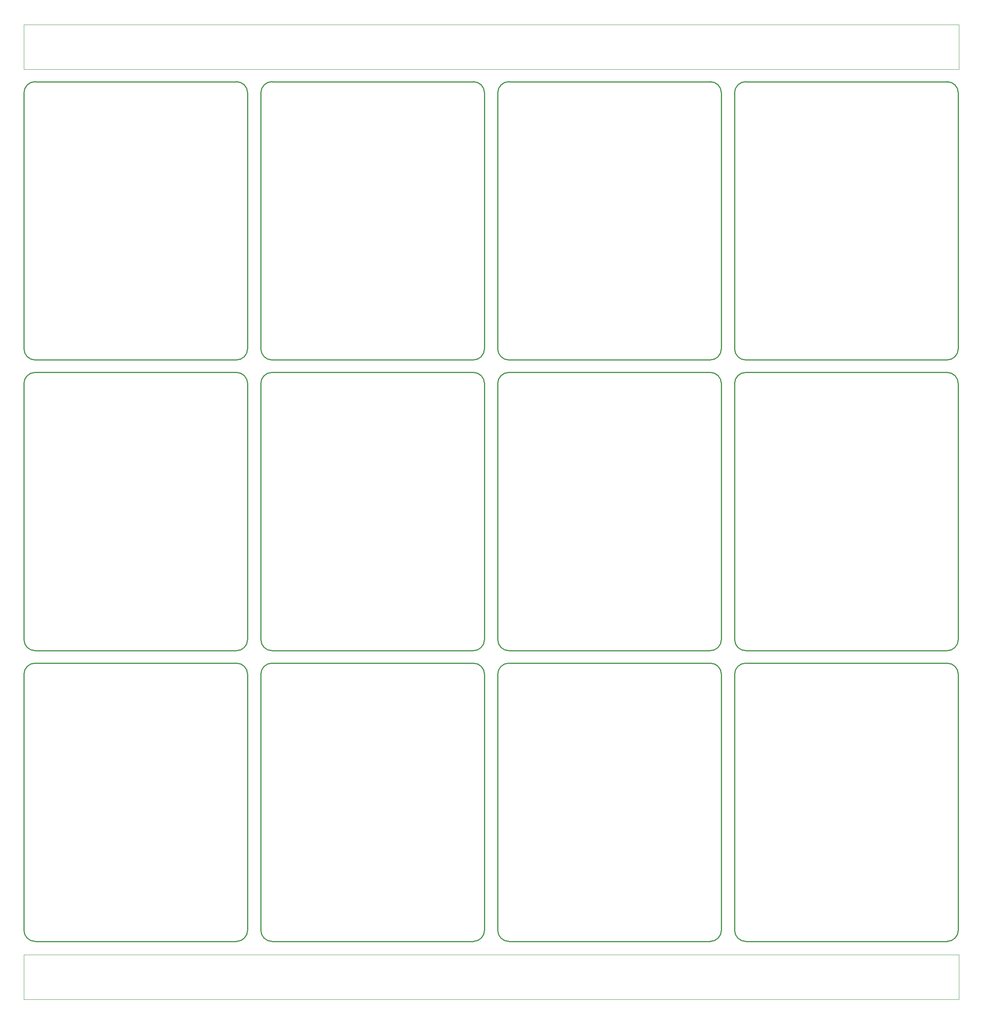
<source format=gm1>
%MOIN*%
%OFA0B0*%
%FSLAX44Y44*%
%IPPOS*%
%LPD*%
%ADD13C,0.001*%
%ADD24C,0.001*%
%ADD25C,0.01*%
%ADD26C,0.01*%
%ADD27C,0.01*%
%ADD28C,0.01*%
%ADD29C,0.01*%
%ADD30C,0.01*%
%ADD31C,0.01*%
%ADD32C,0.01*%
%ADD33C,0.01*%
%ADD34C,0.01*%
%ADD35C,0.01*%
%ADD36C,0.01*%
G01*
G75*
D13*
X00082346Y00003937D02*
X00000000Y00003937D01*
X00082346Y00003937D02*
X00082346Y00000000D01*
X00000000Y00000000D01*
X00000000Y00003937D02*
X00000000Y00000000D01*
G04 next file*
G04 Layer_Color=16711935*
G04 skipping 71
G01*
G75*
D24*
X00000000Y00081889D02*
X00082346Y00081889D01*
X00000000Y00081889D02*
X00000000Y00085826D01*
X00082346Y00085826D01*
X00082346Y00081889D02*
X00082346Y00085826D01*
G04 next file*
G04 Layer_Color=16711935*
G04 skipping 71
G01*
G75*
D25*
X00000984Y00029613D02*
G03*
X00000000Y00028629J-00000984D01*
G01*
X00019700Y00028629D02*
G03*
X00018716Y00029613I-00000984D01*
G01*
X00018716Y00005118D02*
G03*
X00019700Y00006102J00000984D01*
G01*
X00000000Y00006102D02*
G03*
X00000984Y00005118I00000984D01*
G01*
X00000984Y00029613D02*
X00018716Y00029613D01*
X00000984Y00005118D02*
X00018716Y00005118D01*
X00019700Y00006102D02*
X00019700Y00028629D01*
X00000000Y00006102D02*
X00000000Y00028629D01*
G04 next file*
G04 Layer_Color=16711935*
G04 skipping 71
G01*
G75*
D26*
X00021850Y00029613D02*
G03*
X00020866Y00028629J-00000984D01*
G01*
X00040566Y00028629D02*
G03*
X00039582Y00029613I-00000984D01*
G01*
X00039582Y00005118D02*
G03*
X00040566Y00006102J00000984D01*
G01*
X00020866Y00006102D02*
G03*
X00021850Y00005118I00000984D01*
G01*
X00021850Y00029613D02*
X00039582Y00029613D01*
X00021850Y00005118D02*
X00039582Y00005118D01*
X00040566Y00006102D02*
X00040566Y00028629D01*
X00020866Y00006102D02*
X00020866Y00028629D01*
G04 next file*
G04 Layer_Color=16711935*
G04 skipping 71
G01*
G75*
D27*
X00042716Y00029613D02*
G03*
X00041732Y00028629J-00000984D01*
G01*
X00061433Y00028629D02*
G03*
X00060448Y00029613I-00000984D01*
G01*
X00060448Y00005118D02*
G03*
X00061433Y00006102J00000984D01*
G01*
X00041732Y00006102D02*
G03*
X00042716Y00005118I00000984D01*
G01*
X00042716Y00029613D02*
X00060448Y00029613D01*
X00042716Y00005118D02*
X00060448Y00005118D01*
X00061433Y00006102D02*
X00061433Y00028629D01*
X00041732Y00006102D02*
X00041732Y00028629D01*
G04 next file*
G04 Layer_Color=16711935*
G04 skipping 71
G01*
G75*
D28*
X00063582Y00029613D02*
G03*
X00062598Y00028629J-00000984D01*
G01*
X00082299Y00028629D02*
G03*
X00081314Y00029613I-00000984D01*
G01*
X00081314Y00005118D02*
G03*
X00082299Y00006102J00000984D01*
G01*
X00062598Y00006102D02*
G03*
X00063582Y00005118I00000984D01*
G01*
X00063582Y00029613D02*
X00081314Y00029613D01*
X00063582Y00005118D02*
X00081314Y00005118D01*
X00082299Y00006102D02*
X00082299Y00028629D01*
X00062598Y00006102D02*
X00062598Y00028629D01*
G04 next file*
G04 Layer_Color=16711935*
G04 skipping 71
G01*
G75*
D29*
X00000984Y00055203D02*
G03*
X00000000Y00054219J-00000984D01*
G01*
X00019700Y00054219D02*
G03*
X00018716Y00055203I-00000984D01*
G01*
X00018716Y00030708D02*
G03*
X00019700Y00031692J00000984D01*
G01*
X00000000Y00031692D02*
G03*
X00000984Y00030708I00000984D01*
G01*
X00000984Y00055203D02*
X00018716Y00055203D01*
X00000984Y00030708D02*
X00018716Y00030708D01*
X00019700Y00031692D02*
X00019700Y00054219D01*
X00000000Y00031692D02*
X00000000Y00054219D01*
G04 next file*
G04 Layer_Color=16711935*
G04 skipping 71
G01*
G75*
D30*
X00021850Y00055203D02*
G03*
X00020866Y00054219J-00000984D01*
G01*
X00040566Y00054219D02*
G03*
X00039582Y00055203I-00000984D01*
G01*
X00039582Y00030708D02*
G03*
X00040566Y00031692J00000984D01*
G01*
X00020866Y00031692D02*
G03*
X00021850Y00030708I00000984D01*
G01*
X00021850Y00055203D02*
X00039582Y00055203D01*
X00021850Y00030708D02*
X00039582Y00030708D01*
X00040566Y00031692D02*
X00040566Y00054219D01*
X00020866Y00031692D02*
X00020866Y00054219D01*
G04 next file*
G04 Layer_Color=16711935*
G04 skipping 71
G01*
G75*
D31*
X00042716Y00055203D02*
G03*
X00041732Y00054219J-00000984D01*
G01*
X00061433Y00054219D02*
G03*
X00060448Y00055203I-00000984D01*
G01*
X00060448Y00030708D02*
G03*
X00061433Y00031692J00000984D01*
G01*
X00041732Y00031692D02*
G03*
X00042716Y00030708I00000984D01*
G01*
X00042716Y00055203D02*
X00060448Y00055203D01*
X00042716Y00030708D02*
X00060448Y00030708D01*
X00061433Y00031692D02*
X00061433Y00054219D01*
X00041732Y00031692D02*
X00041732Y00054219D01*
G04 next file*
G04 Layer_Color=16711935*
G04 skipping 71
G01*
G75*
D32*
X00063582Y00055203D02*
G03*
X00062598Y00054219J-00000984D01*
G01*
X00082299Y00054219D02*
G03*
X00081314Y00055203I-00000984D01*
G01*
X00081314Y00030708D02*
G03*
X00082299Y00031692J00000984D01*
G01*
X00062598Y00031692D02*
G03*
X00063582Y00030708I00000984D01*
G01*
X00063582Y00055203D02*
X00081314Y00055203D01*
X00063582Y00030708D02*
X00081314Y00030708D01*
X00082299Y00031692D02*
X00082299Y00054219D01*
X00062598Y00031692D02*
X00062598Y00054219D01*
G04 next file*
G04 Layer_Color=16711935*
G04 skipping 71
G01*
G75*
D33*
X00000984Y00080794D02*
G03*
X00000000Y00079810J-00000984D01*
G01*
X00019700Y00079810D02*
G03*
X00018716Y00080794I-00000984D01*
G01*
X00018716Y00056299D02*
G03*
X00019700Y00057283J00000984D01*
G01*
X00000000Y00057283D02*
G03*
X00000984Y00056299I00000984D01*
G01*
X00000984Y00080794D02*
X00018716Y00080794D01*
X00000984Y00056299D02*
X00018716Y00056299D01*
X00019700Y00057283D02*
X00019700Y00079810D01*
X00000000Y00057283D02*
X00000000Y00079810D01*
G04 next file*
G04 Layer_Color=16711935*
G04 skipping 71
G01*
G75*
D34*
X00021850Y00080794D02*
G03*
X00020866Y00079810J-00000984D01*
G01*
X00040566Y00079810D02*
G03*
X00039582Y00080794I-00000984D01*
G01*
X00039582Y00056299D02*
G03*
X00040566Y00057283J00000984D01*
G01*
X00020866Y00057283D02*
G03*
X00021850Y00056299I00000984D01*
G01*
X00021850Y00080794D02*
X00039582Y00080794D01*
X00021850Y00056299D02*
X00039582Y00056299D01*
X00040566Y00057283D02*
X00040566Y00079810D01*
X00020866Y00057283D02*
X00020866Y00079810D01*
G04 next file*
G04 Layer_Color=16711935*
G04 skipping 71
G01*
G75*
D35*
X00042716Y00080794D02*
G03*
X00041732Y00079810J-00000984D01*
G01*
X00061433Y00079810D02*
G03*
X00060448Y00080794I-00000984D01*
G01*
X00060448Y00056299D02*
G03*
X00061433Y00057283J00000984D01*
G01*
X00041732Y00057283D02*
G03*
X00042716Y00056299I00000984D01*
G01*
X00042716Y00080794D02*
X00060448Y00080794D01*
X00042716Y00056299D02*
X00060448Y00056299D01*
X00061433Y00057283D02*
X00061433Y00079810D01*
X00041732Y00057283D02*
X00041732Y00079810D01*
G04 next file*
G04 Layer_Color=16711935*
G04 skipping 71
G01*
G75*
D36*
X00063582Y00080794D02*
G03*
X00062598Y00079810J-00000984D01*
G01*
X00082299Y00079810D02*
G03*
X00081314Y00080794I-00000984D01*
G01*
X00081314Y00056299D02*
G03*
X00082299Y00057283J00000984D01*
G01*
X00062598Y00057283D02*
G03*
X00063582Y00056299I00000984D01*
G01*
X00063582Y00080794D02*
X00081314Y00080794D01*
X00063582Y00056299D02*
X00081314Y00056299D01*
X00082299Y00057283D02*
X00082299Y00079810D01*
X00062598Y00057283D02*
X00062598Y00079810D01*
M02*
</source>
